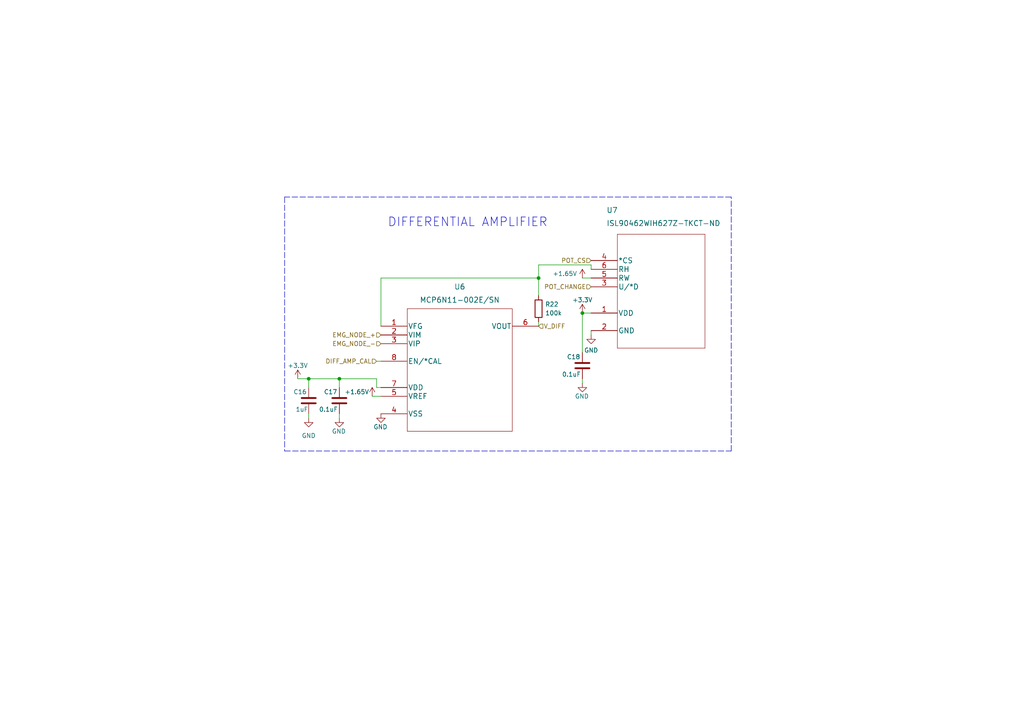
<source format=kicad_sch>
(kicad_sch (version 20211123) (generator eeschema)
  (paper "A4")
  (lib_symbols
    (symbol "+1.65V_3"
      (property "Value" "+1.65V_3" (at -0.381 2.286 0))
      (symbol "+1.65V_3_0_1"
        (polyline (pts (xy -0.762 -2.54) (xy 0 -1.27)))
        (polyline (pts (xy 0 -3.81) (xy 0 -1.27)))
        (polyline (pts (xy 0 -1.27) (xy 0.762 -2.54)))
      )
      (symbol "+1.65V_3_1_1"
        (pin power_in line (at 0 -3.81 90) (length 0) hide (name "+1.65V") (number "1"))
      )
    )
    (symbol "Device:C" (pin_numbers hide) (pin_names (offset 0.254))
      (property "Reference" "C" (at 0.635 2.54 0))
      (property "Value" "C" (at 0.635 -2.54 0))
      (symbol "C_0_1"
        (polyline (pts (xy -2.032 -0.762) (xy 2.032 -0.762)) (stroke (width 0.508)))
        (polyline (pts (xy -2.032 0.762) (xy 2.032 0.762)) (stroke (width 0.508)))
      )
      (symbol "C_1_1"
        (pin passive line (at 0 3.81 270) (length 2.794) (name "~") (number "1"))
        (pin passive line (at 0 -3.81 90) (length 2.794) (name "~") (number "2"))
      )
    )
    (symbol "Device:R" (pin_numbers hide) (pin_names (offset 0))
      (property "Reference" "R" (at 2.032 0 90))
      (property "Value" "R" (at 0 0 90))
      (symbol "R_0_1"
        (rectangle (start -1.016 -2.54) (end 1.016 2.54) (stroke (width 0.254)))
      )
      (symbol "R_1_1"
        (pin passive line (at 0 3.81 270) (length 1.27) (name "~") (number "1"))
        (pin passive line (at 0 -3.81 90) (length 1.27) (name "~") (number "2"))
      )
    )
    (symbol "ISL90462WIH627Z-TKCT-ND:ISL90462WIH627Z-TKCT-ND" (pin_names (offset 0.254))
      (property "Reference" "U" (at 20.32 12.7 0))
      (property "Value" "ISL90462WIH627Z-TKCT-ND" (at 20.32 10.16 0))
      (symbol "ISL90462WIH627Z-TKCT-ND_1_1"
        (polyline (pts (xy 7.62 -25.4) (xy 33.02 -25.4)) (stroke (width 0.127)))
        (polyline (pts (xy 7.62 7.62) (xy 7.62 -25.4)) (stroke (width 0.127)))
        (polyline (pts (xy 33.02 -25.4) (xy 33.02 7.62)) (stroke (width 0.127)))
        (polyline (pts (xy 33.02 7.62) (xy 7.62 7.62)) (stroke (width 0.127)))
        (pin power_in line (at 0 -15.24 0) (length 7.62) (name "VDD") (number "1"))
        (pin power_in line (at 0 -20.32 0) (length 7.62) (name "GND") (number "2"))
        (pin unspecified line (at 0 -7.62 0) (length 7.62) (name "U/*D") (number "3"))
        (pin unspecified line (at 0 0 0) (length 7.62) (name "*CS") (number "4"))
        (pin unspecified line (at 0 -5.08 0) (length 7.62) (name "RW") (number "5"))
        (pin unspecified line (at 0 -2.54 0) (length 7.62) (name "RH") (number "6"))
      )
    )
    (symbol "MCP6N11:MCP6N11-002E{slash}SN" (pin_names (offset 0.254))
      (property "Reference" "U" (at 22.86 10.16 0))
      (property "Value" "MCP6N11-002E{slash}SN" (at 22.86 7.62 0))
      (symbol "MCP6N11-002E{slash}SN_1_1"
        (polyline (pts (xy 7.62 -30.48) (xy 38.1 -30.48)) (stroke (width 0.127)))
        (polyline (pts (xy 7.62 5.08) (xy 7.62 -30.48)) (stroke (width 0.127)))
        (polyline (pts (xy 38.1 -30.48) (xy 38.1 5.08)) (stroke (width 0.127)))
        (polyline (pts (xy 38.1 5.08) (xy 7.62 5.08)) (stroke (width 0.127)))
        (pin input line (at 0 0 0) (length 7.62) (name "VFG") (number "1"))
        (pin input line (at 0 -2.54 0) (length 7.62) (name "VIM") (number "2"))
        (pin input line (at 0 -5.08 0) (length 7.62) (name "VIP") (number "3"))
        (pin power_in line (at 0 -25.4 0) (length 7.62) (name "VSS") (number "4"))
        (pin input line (at 0 -20.32 0) (length 7.62) (name "VREF") (number "5"))
        (pin output line (at 45.72 0 180) (length 7.62) (name "VOUT") (number "6"))
        (pin power_in line (at 0 -17.78 0) (length 7.62) (name "VDD") (number "7"))
        (pin bidirectional line (at 0 -10.16 0) (length 7.62) (name "EN/*CAL") (number "8"))
      )
    )
    (symbol "power:+3.3V" (power) (pin_names (offset 0))
      (property "Value" "+3.3V" (at 0 3.556 0))
      (symbol "+3.3V_0_1"
        (polyline (pts (xy -0.762 1.27) (xy 0 2.54)))
        (polyline (pts (xy 0 0) (xy 0 2.54)))
        (polyline (pts (xy 0 2.54) (xy 0.762 1.27)))
      )
      (symbol "+3.3V_1_1"
        (pin power_in line (at 0 0 90) (length 0) hide (name "+3.3V") (number "1"))
      )
    )
    (symbol "power:GND" (power) (pin_names (offset 0))
      (property "Value" "GND" (at 0 -3.81 0))
      (symbol "GND_0_1"
        (polyline (pts (xy 0 0) (xy 0 -1.27) (xy 1.27 -1.27) (xy 0 -2.54) (xy -1.27 -1.27) (xy 0 -1.27)))
      )
      (symbol "GND_1_1"
        (pin power_in line (at 0 0 270) (length 0) hide (name "GND") (number "1"))
      )
    )
  )
  (junction (at 89.535 109.855))
  (junction (at 98.425 109.855))
  (junction (at 168.91 90.805))
  (junction (at 156.21 80.645))
  (wire (pts (xy 110.49 80.645) (xy 156.21 80.645)))
  (wire (pts (xy 89.535 112.395) (xy 89.535 109.855)))
  (wire (pts (xy 98.425 109.855) (xy 109.22 109.855)))
  (wire (pts (xy 156.21 80.645) (xy 156.21 76.835)))
  (wire (pts (xy 168.91 90.805) (xy 168.91 102.235)))
  (wire (pts (xy 98.425 120.015) (xy 98.425 121.285)))
  (wire (pts (xy 156.21 76.835) (xy 171.45 76.835)))
  (wire (pts (xy 171.45 76.835) (xy 171.45 78.105)))
  (wire (pts (xy 107.95 114.935) (xy 110.49 114.935)))
  (wire (pts (xy 168.91 90.805) (xy 171.45 90.805)))
  (wire (pts (xy 168.91 109.855) (xy 168.91 111.125)))
  (wire (pts (xy 98.425 112.395) (xy 98.425 109.855)))
  (polyline (pts (xy 212.09 130.81) (xy 212.09 57.15)))
  (wire (pts (xy 109.22 104.775) (xy 110.49 104.775)))
  (wire (pts (xy 89.535 109.855) (xy 98.425 109.855)))
  (wire (pts (xy 156.21 93.345) (xy 156.21 94.615)))
  (wire (pts (xy 168.91 80.645) (xy 171.45 80.645)))
  (wire (pts (xy 109.22 112.395) (xy 110.49 112.395)))
  (wire (pts (xy 110.49 80.645) (xy 110.49 94.615)))
  (polyline (pts (xy 212.09 57.15) (xy 82.55 57.15)))
  (wire (pts (xy 171.45 95.885) (xy 171.45 97.155)))
  (wire (pts (xy 156.21 85.725) (xy 156.21 80.645)))
  (wire (pts (xy 86.36 109.855) (xy 89.535 109.855)))
  (polyline (pts (xy 82.55 130.81) (xy 212.09 130.81)))
  (wire (pts (xy 109.22 109.855) (xy 109.22 112.395)))
  (wire (pts (xy 89.535 120.015) (xy 89.535 121.285)))
  (polyline (pts (xy 82.55 57.15) (xy 82.55 130.81)))
  (text "DIFFERENTIAL AMPLIFIER" (at 112.395 66.04 0) (effects (font (size 2.54 2.54)) (justify left bottom)))
  (hierarchical_label "EMG_NODE_+" (shape input) (at 110.49 97.155 180))
  (hierarchical_label "V_DIFF" (shape input) (at 156.21 94.615 0))
  (hierarchical_label "POT_CS" (shape input) (at 171.45 75.565 180))
  (hierarchical_label "POT_CHANGE" (shape input) (at 171.45 83.185 180))
  (hierarchical_label "DIFF_AMP_CAL" (shape input) (at 109.22 104.775 180))
  (hierarchical_label "EMG_NODE_-" (shape input) (at 110.49 99.695 180))
  (symbol (lib_id "Device:R") (at 156.21 89.535 180) (unit 1)
    (property "Reference" "R22" (at 158.115 88.2649 0) (effects (justify right)))
    (property "Value" "100k" (at 158.115 90.805 0) (effects (justify right)))
    (property "Footprint" "Resistor_SMD:R_0603_1608Metric" (effects hide))
  )
  (symbol (lib_name "+1.65V_3") (lib_id "Eclectronics:+1.65V") (at 168.91 76.835 0) (unit 1)
    (property "Reference" "#PWR39" (effects hide))
    (property "Value" "+1.65V" (at 163.83 79.375 0))
  )
  (symbol (lib_id "power:+3.3V") (at 86.36 109.855 0) (unit 1)
    (property "Reference" "#PWR034" (effects hide))
    (property "Value" "+3.3V" (at 86.36 106.045 0))
  )
  (symbol (lib_id "ISL90462WIH627Z-TKCT-ND:ISL90462WIH627Z-TKCT-ND") (at 171.45 75.565 0) (unit 1)
    (property "Reference" "U7" (at 175.895 60.96 0) (effects (font (size 1.524 1.524)) (justify left)))
    (property "Value" "ISL90462WIH627Z-TKCT-ND" (at 175.895 64.77 0) (effects (font (size 1.524 1.524)) (justify left)))
    (property "Footprint" "ISL90462WIH627Z:ISL90462WIH627Z-TKCT-ND" (effects hide))
  )
  (symbol (lib_id "power:+3.3V") (at 168.91 90.805 0) (unit 1)
    (property "Reference" "#PWR040" (effects hide))
    (property "Value" "+3.3V" (at 168.91 86.995 0))
  )
  (symbol (lib_id "power:GND") (at 89.535 121.285 0) (unit 1)
    (property "Reference" "#PWR035" (effects hide))
    (property "Value" "GND" (at 89.535 126.365 0))
  )
  (symbol (lib_id "power:GND") (at 168.91 111.125 0) (unit 1)
    (property "Reference" "#PWR041" (effects hide))
    (property "Value" "GND" (at 170.815 114.935 0) (effects (justify right)))
  )
  (symbol (lib_id "MCP6N11:MCP6N11-002E{slash}SN") (at 110.49 94.615 0) (unit 1)
    (property "Reference" "U6" (at 133.35 83.185 0) (effects (font (size 1.524 1.524))))
    (property "Value" "MCP6N11-002E/SN" (at 133.35 86.995 0) (effects (font (size 1.524 1.524))))
    (property "Footprint" "MCP6N11:MCP6N11-002ESN" (effects hide))
  )
  (symbol (lib_id "power:GND") (at 110.49 120.015 0) (unit 1)
    (property "Reference" "#PWR038" (effects hide))
    (property "Value" "GND" (at 112.395 123.825 0) (effects (justify right)))
  )
  (symbol (lib_id "Device:C") (at 89.535 116.205 0) (unit 1)
    (property "Reference" "C16" (at 85.09 113.665 0) (effects (justify left)))
    (property "Value" "1uF" (at 85.725 118.745 0) (effects (justify left)))
    (property "Footprint" "Capacitor_SMD:C_0603_1608Metric" (effects hide))
  )
  (symbol (lib_id "power:GND") (at 171.45 97.155 0) (unit 1)
    (property "Reference" "#PWR042" (effects hide))
    (property "Value" "GND" (at 171.45 101.6 0))
  )
  (symbol (lib_id "power:GND") (at 98.425 121.285 0) (unit 1)
    (property "Reference" "#PWR036" (effects hide))
    (property "Value" "GND" (at 100.33 125.095 0) (effects (justify right)))
  )
  (symbol (lib_id "Device:C") (at 98.425 116.205 0) (unit 1)
    (property "Reference" "C17" (at 95.885 113.665 0))
    (property "Value" "0.1uF" (at 95.25 118.745 0))
    (property "Footprint" "Capacitor_SMD:C_0603_1608Metric" (effects hide))
  )
  (symbol (lib_id "Device:C") (at 168.91 106.045 0) (unit 1)
    (property "Reference" "C18" (at 166.37 103.505 0))
    (property "Value" "0.1uF" (at 165.735 108.585 0))
    (property "Footprint" "Capacitor_SMD:C_0603_1608Metric" (effects hide))
  )
  (symbol (lib_name "+1.65V_3") (lib_id "Eclectronics:+1.65V") (at 107.95 111.125 0) (unit 1)
    (property "Reference" "#PWR37" (effects hide))
    (property "Value" "+1.65V" (at 103.505 113.665 0))
  )
)
</source>
